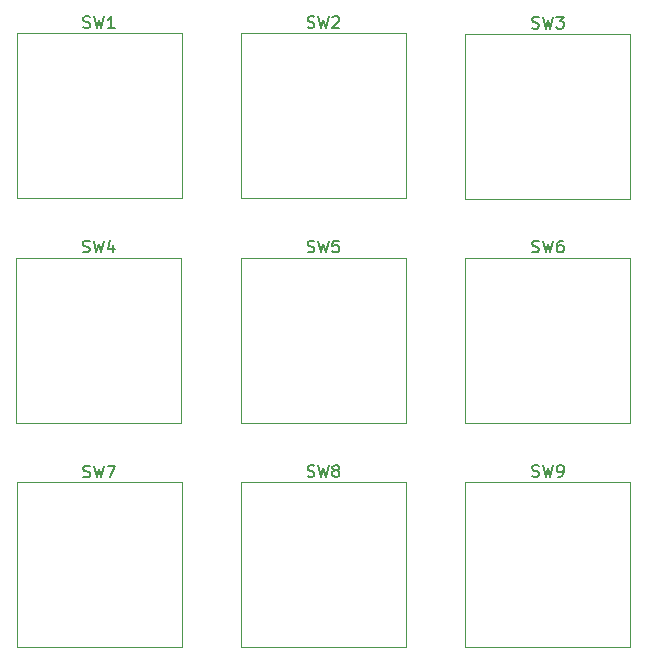
<source format=gbr>
%TF.GenerationSoftware,KiCad,Pcbnew,8.0.5*%
%TF.CreationDate,2024-10-21T01:12:14-05:00*%
%TF.ProjectId,macropad,6d616372-6f70-4616-942e-6b696361645f,rev?*%
%TF.SameCoordinates,Original*%
%TF.FileFunction,Legend,Top*%
%TF.FilePolarity,Positive*%
%FSLAX46Y46*%
G04 Gerber Fmt 4.6, Leading zero omitted, Abs format (unit mm)*
G04 Created by KiCad (PCBNEW 8.0.5) date 2024-10-21 01:12:14*
%MOMM*%
%LPD*%
G01*
G04 APERTURE LIST*
%ADD10C,0.150000*%
%ADD11C,0.120000*%
G04 APERTURE END LIST*
D10*
X134666667Y-90033200D02*
X134809524Y-90080819D01*
X134809524Y-90080819D02*
X135047619Y-90080819D01*
X135047619Y-90080819D02*
X135142857Y-90033200D01*
X135142857Y-90033200D02*
X135190476Y-89985580D01*
X135190476Y-89985580D02*
X135238095Y-89890342D01*
X135238095Y-89890342D02*
X135238095Y-89795104D01*
X135238095Y-89795104D02*
X135190476Y-89699866D01*
X135190476Y-89699866D02*
X135142857Y-89652247D01*
X135142857Y-89652247D02*
X135047619Y-89604628D01*
X135047619Y-89604628D02*
X134857143Y-89557009D01*
X134857143Y-89557009D02*
X134761905Y-89509390D01*
X134761905Y-89509390D02*
X134714286Y-89461771D01*
X134714286Y-89461771D02*
X134666667Y-89366533D01*
X134666667Y-89366533D02*
X134666667Y-89271295D01*
X134666667Y-89271295D02*
X134714286Y-89176057D01*
X134714286Y-89176057D02*
X134761905Y-89128438D01*
X134761905Y-89128438D02*
X134857143Y-89080819D01*
X134857143Y-89080819D02*
X135095238Y-89080819D01*
X135095238Y-89080819D02*
X135238095Y-89128438D01*
X135571429Y-89080819D02*
X135809524Y-90080819D01*
X135809524Y-90080819D02*
X136000000Y-89366533D01*
X136000000Y-89366533D02*
X136190476Y-90080819D01*
X136190476Y-90080819D02*
X136428572Y-89080819D01*
X136952381Y-89509390D02*
X136857143Y-89461771D01*
X136857143Y-89461771D02*
X136809524Y-89414152D01*
X136809524Y-89414152D02*
X136761905Y-89318914D01*
X136761905Y-89318914D02*
X136761905Y-89271295D01*
X136761905Y-89271295D02*
X136809524Y-89176057D01*
X136809524Y-89176057D02*
X136857143Y-89128438D01*
X136857143Y-89128438D02*
X136952381Y-89080819D01*
X136952381Y-89080819D02*
X137142857Y-89080819D01*
X137142857Y-89080819D02*
X137238095Y-89128438D01*
X137238095Y-89128438D02*
X137285714Y-89176057D01*
X137285714Y-89176057D02*
X137333333Y-89271295D01*
X137333333Y-89271295D02*
X137333333Y-89318914D01*
X137333333Y-89318914D02*
X137285714Y-89414152D01*
X137285714Y-89414152D02*
X137238095Y-89461771D01*
X137238095Y-89461771D02*
X137142857Y-89509390D01*
X137142857Y-89509390D02*
X136952381Y-89509390D01*
X136952381Y-89509390D02*
X136857143Y-89557009D01*
X136857143Y-89557009D02*
X136809524Y-89604628D01*
X136809524Y-89604628D02*
X136761905Y-89699866D01*
X136761905Y-89699866D02*
X136761905Y-89890342D01*
X136761905Y-89890342D02*
X136809524Y-89985580D01*
X136809524Y-89985580D02*
X136857143Y-90033200D01*
X136857143Y-90033200D02*
X136952381Y-90080819D01*
X136952381Y-90080819D02*
X137142857Y-90080819D01*
X137142857Y-90080819D02*
X137238095Y-90033200D01*
X137238095Y-90033200D02*
X137285714Y-89985580D01*
X137285714Y-89985580D02*
X137333333Y-89890342D01*
X137333333Y-89890342D02*
X137333333Y-89699866D01*
X137333333Y-89699866D02*
X137285714Y-89604628D01*
X137285714Y-89604628D02*
X137238095Y-89557009D01*
X137238095Y-89557009D02*
X137142857Y-89509390D01*
X153666667Y-52073200D02*
X153809524Y-52120819D01*
X153809524Y-52120819D02*
X154047619Y-52120819D01*
X154047619Y-52120819D02*
X154142857Y-52073200D01*
X154142857Y-52073200D02*
X154190476Y-52025580D01*
X154190476Y-52025580D02*
X154238095Y-51930342D01*
X154238095Y-51930342D02*
X154238095Y-51835104D01*
X154238095Y-51835104D02*
X154190476Y-51739866D01*
X154190476Y-51739866D02*
X154142857Y-51692247D01*
X154142857Y-51692247D02*
X154047619Y-51644628D01*
X154047619Y-51644628D02*
X153857143Y-51597009D01*
X153857143Y-51597009D02*
X153761905Y-51549390D01*
X153761905Y-51549390D02*
X153714286Y-51501771D01*
X153714286Y-51501771D02*
X153666667Y-51406533D01*
X153666667Y-51406533D02*
X153666667Y-51311295D01*
X153666667Y-51311295D02*
X153714286Y-51216057D01*
X153714286Y-51216057D02*
X153761905Y-51168438D01*
X153761905Y-51168438D02*
X153857143Y-51120819D01*
X153857143Y-51120819D02*
X154095238Y-51120819D01*
X154095238Y-51120819D02*
X154238095Y-51168438D01*
X154571429Y-51120819D02*
X154809524Y-52120819D01*
X154809524Y-52120819D02*
X155000000Y-51406533D01*
X155000000Y-51406533D02*
X155190476Y-52120819D01*
X155190476Y-52120819D02*
X155428572Y-51120819D01*
X155714286Y-51120819D02*
X156333333Y-51120819D01*
X156333333Y-51120819D02*
X156000000Y-51501771D01*
X156000000Y-51501771D02*
X156142857Y-51501771D01*
X156142857Y-51501771D02*
X156238095Y-51549390D01*
X156238095Y-51549390D02*
X156285714Y-51597009D01*
X156285714Y-51597009D02*
X156333333Y-51692247D01*
X156333333Y-51692247D02*
X156333333Y-51930342D01*
X156333333Y-51930342D02*
X156285714Y-52025580D01*
X156285714Y-52025580D02*
X156238095Y-52073200D01*
X156238095Y-52073200D02*
X156142857Y-52120819D01*
X156142857Y-52120819D02*
X155857143Y-52120819D01*
X155857143Y-52120819D02*
X155761905Y-52073200D01*
X155761905Y-52073200D02*
X155714286Y-52025580D01*
X115626667Y-71033200D02*
X115769524Y-71080819D01*
X115769524Y-71080819D02*
X116007619Y-71080819D01*
X116007619Y-71080819D02*
X116102857Y-71033200D01*
X116102857Y-71033200D02*
X116150476Y-70985580D01*
X116150476Y-70985580D02*
X116198095Y-70890342D01*
X116198095Y-70890342D02*
X116198095Y-70795104D01*
X116198095Y-70795104D02*
X116150476Y-70699866D01*
X116150476Y-70699866D02*
X116102857Y-70652247D01*
X116102857Y-70652247D02*
X116007619Y-70604628D01*
X116007619Y-70604628D02*
X115817143Y-70557009D01*
X115817143Y-70557009D02*
X115721905Y-70509390D01*
X115721905Y-70509390D02*
X115674286Y-70461771D01*
X115674286Y-70461771D02*
X115626667Y-70366533D01*
X115626667Y-70366533D02*
X115626667Y-70271295D01*
X115626667Y-70271295D02*
X115674286Y-70176057D01*
X115674286Y-70176057D02*
X115721905Y-70128438D01*
X115721905Y-70128438D02*
X115817143Y-70080819D01*
X115817143Y-70080819D02*
X116055238Y-70080819D01*
X116055238Y-70080819D02*
X116198095Y-70128438D01*
X116531429Y-70080819D02*
X116769524Y-71080819D01*
X116769524Y-71080819D02*
X116960000Y-70366533D01*
X116960000Y-70366533D02*
X117150476Y-71080819D01*
X117150476Y-71080819D02*
X117388572Y-70080819D01*
X118198095Y-70414152D02*
X118198095Y-71080819D01*
X117960000Y-70033200D02*
X117721905Y-70747485D01*
X117721905Y-70747485D02*
X118340952Y-70747485D01*
X134666667Y-52033200D02*
X134809524Y-52080819D01*
X134809524Y-52080819D02*
X135047619Y-52080819D01*
X135047619Y-52080819D02*
X135142857Y-52033200D01*
X135142857Y-52033200D02*
X135190476Y-51985580D01*
X135190476Y-51985580D02*
X135238095Y-51890342D01*
X135238095Y-51890342D02*
X135238095Y-51795104D01*
X135238095Y-51795104D02*
X135190476Y-51699866D01*
X135190476Y-51699866D02*
X135142857Y-51652247D01*
X135142857Y-51652247D02*
X135047619Y-51604628D01*
X135047619Y-51604628D02*
X134857143Y-51557009D01*
X134857143Y-51557009D02*
X134761905Y-51509390D01*
X134761905Y-51509390D02*
X134714286Y-51461771D01*
X134714286Y-51461771D02*
X134666667Y-51366533D01*
X134666667Y-51366533D02*
X134666667Y-51271295D01*
X134666667Y-51271295D02*
X134714286Y-51176057D01*
X134714286Y-51176057D02*
X134761905Y-51128438D01*
X134761905Y-51128438D02*
X134857143Y-51080819D01*
X134857143Y-51080819D02*
X135095238Y-51080819D01*
X135095238Y-51080819D02*
X135238095Y-51128438D01*
X135571429Y-51080819D02*
X135809524Y-52080819D01*
X135809524Y-52080819D02*
X136000000Y-51366533D01*
X136000000Y-51366533D02*
X136190476Y-52080819D01*
X136190476Y-52080819D02*
X136428572Y-51080819D01*
X136761905Y-51176057D02*
X136809524Y-51128438D01*
X136809524Y-51128438D02*
X136904762Y-51080819D01*
X136904762Y-51080819D02*
X137142857Y-51080819D01*
X137142857Y-51080819D02*
X137238095Y-51128438D01*
X137238095Y-51128438D02*
X137285714Y-51176057D01*
X137285714Y-51176057D02*
X137333333Y-51271295D01*
X137333333Y-51271295D02*
X137333333Y-51366533D01*
X137333333Y-51366533D02*
X137285714Y-51509390D01*
X137285714Y-51509390D02*
X136714286Y-52080819D01*
X136714286Y-52080819D02*
X137333333Y-52080819D01*
X115666667Y-52033200D02*
X115809524Y-52080819D01*
X115809524Y-52080819D02*
X116047619Y-52080819D01*
X116047619Y-52080819D02*
X116142857Y-52033200D01*
X116142857Y-52033200D02*
X116190476Y-51985580D01*
X116190476Y-51985580D02*
X116238095Y-51890342D01*
X116238095Y-51890342D02*
X116238095Y-51795104D01*
X116238095Y-51795104D02*
X116190476Y-51699866D01*
X116190476Y-51699866D02*
X116142857Y-51652247D01*
X116142857Y-51652247D02*
X116047619Y-51604628D01*
X116047619Y-51604628D02*
X115857143Y-51557009D01*
X115857143Y-51557009D02*
X115761905Y-51509390D01*
X115761905Y-51509390D02*
X115714286Y-51461771D01*
X115714286Y-51461771D02*
X115666667Y-51366533D01*
X115666667Y-51366533D02*
X115666667Y-51271295D01*
X115666667Y-51271295D02*
X115714286Y-51176057D01*
X115714286Y-51176057D02*
X115761905Y-51128438D01*
X115761905Y-51128438D02*
X115857143Y-51080819D01*
X115857143Y-51080819D02*
X116095238Y-51080819D01*
X116095238Y-51080819D02*
X116238095Y-51128438D01*
X116571429Y-51080819D02*
X116809524Y-52080819D01*
X116809524Y-52080819D02*
X117000000Y-51366533D01*
X117000000Y-51366533D02*
X117190476Y-52080819D01*
X117190476Y-52080819D02*
X117428572Y-51080819D01*
X118333333Y-52080819D02*
X117761905Y-52080819D01*
X118047619Y-52080819D02*
X118047619Y-51080819D01*
X118047619Y-51080819D02*
X117952381Y-51223676D01*
X117952381Y-51223676D02*
X117857143Y-51318914D01*
X117857143Y-51318914D02*
X117761905Y-51366533D01*
X134666667Y-71033200D02*
X134809524Y-71080819D01*
X134809524Y-71080819D02*
X135047619Y-71080819D01*
X135047619Y-71080819D02*
X135142857Y-71033200D01*
X135142857Y-71033200D02*
X135190476Y-70985580D01*
X135190476Y-70985580D02*
X135238095Y-70890342D01*
X135238095Y-70890342D02*
X135238095Y-70795104D01*
X135238095Y-70795104D02*
X135190476Y-70699866D01*
X135190476Y-70699866D02*
X135142857Y-70652247D01*
X135142857Y-70652247D02*
X135047619Y-70604628D01*
X135047619Y-70604628D02*
X134857143Y-70557009D01*
X134857143Y-70557009D02*
X134761905Y-70509390D01*
X134761905Y-70509390D02*
X134714286Y-70461771D01*
X134714286Y-70461771D02*
X134666667Y-70366533D01*
X134666667Y-70366533D02*
X134666667Y-70271295D01*
X134666667Y-70271295D02*
X134714286Y-70176057D01*
X134714286Y-70176057D02*
X134761905Y-70128438D01*
X134761905Y-70128438D02*
X134857143Y-70080819D01*
X134857143Y-70080819D02*
X135095238Y-70080819D01*
X135095238Y-70080819D02*
X135238095Y-70128438D01*
X135571429Y-70080819D02*
X135809524Y-71080819D01*
X135809524Y-71080819D02*
X136000000Y-70366533D01*
X136000000Y-70366533D02*
X136190476Y-71080819D01*
X136190476Y-71080819D02*
X136428572Y-70080819D01*
X137285714Y-70080819D02*
X136809524Y-70080819D01*
X136809524Y-70080819D02*
X136761905Y-70557009D01*
X136761905Y-70557009D02*
X136809524Y-70509390D01*
X136809524Y-70509390D02*
X136904762Y-70461771D01*
X136904762Y-70461771D02*
X137142857Y-70461771D01*
X137142857Y-70461771D02*
X137238095Y-70509390D01*
X137238095Y-70509390D02*
X137285714Y-70557009D01*
X137285714Y-70557009D02*
X137333333Y-70652247D01*
X137333333Y-70652247D02*
X137333333Y-70890342D01*
X137333333Y-70890342D02*
X137285714Y-70985580D01*
X137285714Y-70985580D02*
X137238095Y-71033200D01*
X137238095Y-71033200D02*
X137142857Y-71080819D01*
X137142857Y-71080819D02*
X136904762Y-71080819D01*
X136904762Y-71080819D02*
X136809524Y-71033200D01*
X136809524Y-71033200D02*
X136761905Y-70985580D01*
X115666667Y-90073200D02*
X115809524Y-90120819D01*
X115809524Y-90120819D02*
X116047619Y-90120819D01*
X116047619Y-90120819D02*
X116142857Y-90073200D01*
X116142857Y-90073200D02*
X116190476Y-90025580D01*
X116190476Y-90025580D02*
X116238095Y-89930342D01*
X116238095Y-89930342D02*
X116238095Y-89835104D01*
X116238095Y-89835104D02*
X116190476Y-89739866D01*
X116190476Y-89739866D02*
X116142857Y-89692247D01*
X116142857Y-89692247D02*
X116047619Y-89644628D01*
X116047619Y-89644628D02*
X115857143Y-89597009D01*
X115857143Y-89597009D02*
X115761905Y-89549390D01*
X115761905Y-89549390D02*
X115714286Y-89501771D01*
X115714286Y-89501771D02*
X115666667Y-89406533D01*
X115666667Y-89406533D02*
X115666667Y-89311295D01*
X115666667Y-89311295D02*
X115714286Y-89216057D01*
X115714286Y-89216057D02*
X115761905Y-89168438D01*
X115761905Y-89168438D02*
X115857143Y-89120819D01*
X115857143Y-89120819D02*
X116095238Y-89120819D01*
X116095238Y-89120819D02*
X116238095Y-89168438D01*
X116571429Y-89120819D02*
X116809524Y-90120819D01*
X116809524Y-90120819D02*
X117000000Y-89406533D01*
X117000000Y-89406533D02*
X117190476Y-90120819D01*
X117190476Y-90120819D02*
X117428572Y-89120819D01*
X117714286Y-89120819D02*
X118380952Y-89120819D01*
X118380952Y-89120819D02*
X117952381Y-90120819D01*
X153666667Y-90033200D02*
X153809524Y-90080819D01*
X153809524Y-90080819D02*
X154047619Y-90080819D01*
X154047619Y-90080819D02*
X154142857Y-90033200D01*
X154142857Y-90033200D02*
X154190476Y-89985580D01*
X154190476Y-89985580D02*
X154238095Y-89890342D01*
X154238095Y-89890342D02*
X154238095Y-89795104D01*
X154238095Y-89795104D02*
X154190476Y-89699866D01*
X154190476Y-89699866D02*
X154142857Y-89652247D01*
X154142857Y-89652247D02*
X154047619Y-89604628D01*
X154047619Y-89604628D02*
X153857143Y-89557009D01*
X153857143Y-89557009D02*
X153761905Y-89509390D01*
X153761905Y-89509390D02*
X153714286Y-89461771D01*
X153714286Y-89461771D02*
X153666667Y-89366533D01*
X153666667Y-89366533D02*
X153666667Y-89271295D01*
X153666667Y-89271295D02*
X153714286Y-89176057D01*
X153714286Y-89176057D02*
X153761905Y-89128438D01*
X153761905Y-89128438D02*
X153857143Y-89080819D01*
X153857143Y-89080819D02*
X154095238Y-89080819D01*
X154095238Y-89080819D02*
X154238095Y-89128438D01*
X154571429Y-89080819D02*
X154809524Y-90080819D01*
X154809524Y-90080819D02*
X155000000Y-89366533D01*
X155000000Y-89366533D02*
X155190476Y-90080819D01*
X155190476Y-90080819D02*
X155428572Y-89080819D01*
X155857143Y-90080819D02*
X156047619Y-90080819D01*
X156047619Y-90080819D02*
X156142857Y-90033200D01*
X156142857Y-90033200D02*
X156190476Y-89985580D01*
X156190476Y-89985580D02*
X156285714Y-89842723D01*
X156285714Y-89842723D02*
X156333333Y-89652247D01*
X156333333Y-89652247D02*
X156333333Y-89271295D01*
X156333333Y-89271295D02*
X156285714Y-89176057D01*
X156285714Y-89176057D02*
X156238095Y-89128438D01*
X156238095Y-89128438D02*
X156142857Y-89080819D01*
X156142857Y-89080819D02*
X155952381Y-89080819D01*
X155952381Y-89080819D02*
X155857143Y-89128438D01*
X155857143Y-89128438D02*
X155809524Y-89176057D01*
X155809524Y-89176057D02*
X155761905Y-89271295D01*
X155761905Y-89271295D02*
X155761905Y-89509390D01*
X155761905Y-89509390D02*
X155809524Y-89604628D01*
X155809524Y-89604628D02*
X155857143Y-89652247D01*
X155857143Y-89652247D02*
X155952381Y-89699866D01*
X155952381Y-89699866D02*
X156142857Y-89699866D01*
X156142857Y-89699866D02*
X156238095Y-89652247D01*
X156238095Y-89652247D02*
X156285714Y-89604628D01*
X156285714Y-89604628D02*
X156333333Y-89509390D01*
X153666667Y-71033200D02*
X153809524Y-71080819D01*
X153809524Y-71080819D02*
X154047619Y-71080819D01*
X154047619Y-71080819D02*
X154142857Y-71033200D01*
X154142857Y-71033200D02*
X154190476Y-70985580D01*
X154190476Y-70985580D02*
X154238095Y-70890342D01*
X154238095Y-70890342D02*
X154238095Y-70795104D01*
X154238095Y-70795104D02*
X154190476Y-70699866D01*
X154190476Y-70699866D02*
X154142857Y-70652247D01*
X154142857Y-70652247D02*
X154047619Y-70604628D01*
X154047619Y-70604628D02*
X153857143Y-70557009D01*
X153857143Y-70557009D02*
X153761905Y-70509390D01*
X153761905Y-70509390D02*
X153714286Y-70461771D01*
X153714286Y-70461771D02*
X153666667Y-70366533D01*
X153666667Y-70366533D02*
X153666667Y-70271295D01*
X153666667Y-70271295D02*
X153714286Y-70176057D01*
X153714286Y-70176057D02*
X153761905Y-70128438D01*
X153761905Y-70128438D02*
X153857143Y-70080819D01*
X153857143Y-70080819D02*
X154095238Y-70080819D01*
X154095238Y-70080819D02*
X154238095Y-70128438D01*
X154571429Y-70080819D02*
X154809524Y-71080819D01*
X154809524Y-71080819D02*
X155000000Y-70366533D01*
X155000000Y-70366533D02*
X155190476Y-71080819D01*
X155190476Y-71080819D02*
X155428572Y-70080819D01*
X156238095Y-70080819D02*
X156047619Y-70080819D01*
X156047619Y-70080819D02*
X155952381Y-70128438D01*
X155952381Y-70128438D02*
X155904762Y-70176057D01*
X155904762Y-70176057D02*
X155809524Y-70318914D01*
X155809524Y-70318914D02*
X155761905Y-70509390D01*
X155761905Y-70509390D02*
X155761905Y-70890342D01*
X155761905Y-70890342D02*
X155809524Y-70985580D01*
X155809524Y-70985580D02*
X155857143Y-71033200D01*
X155857143Y-71033200D02*
X155952381Y-71080819D01*
X155952381Y-71080819D02*
X156142857Y-71080819D01*
X156142857Y-71080819D02*
X156238095Y-71033200D01*
X156238095Y-71033200D02*
X156285714Y-70985580D01*
X156285714Y-70985580D02*
X156333333Y-70890342D01*
X156333333Y-70890342D02*
X156333333Y-70652247D01*
X156333333Y-70652247D02*
X156285714Y-70557009D01*
X156285714Y-70557009D02*
X156238095Y-70509390D01*
X156238095Y-70509390D02*
X156142857Y-70461771D01*
X156142857Y-70461771D02*
X155952381Y-70461771D01*
X155952381Y-70461771D02*
X155857143Y-70509390D01*
X155857143Y-70509390D02*
X155809524Y-70557009D01*
X155809524Y-70557009D02*
X155761905Y-70652247D01*
D11*
%TO.C,SW8*%
X129015000Y-90515000D02*
X142985000Y-90515000D01*
X129015000Y-104485000D02*
X129015000Y-90515000D01*
X142985000Y-90515000D02*
X142985000Y-104485000D01*
X142985000Y-104485000D02*
X129015000Y-104485000D01*
%TO.C,SW3*%
X148015000Y-52555000D02*
X161985000Y-52555000D01*
X148015000Y-66525000D02*
X148015000Y-52555000D01*
X161985000Y-52555000D02*
X161985000Y-66525000D01*
X161985000Y-66525000D02*
X148015000Y-66525000D01*
%TO.C,SW4*%
X109975000Y-71515000D02*
X123945000Y-71515000D01*
X109975000Y-85485000D02*
X109975000Y-71515000D01*
X123945000Y-71515000D02*
X123945000Y-85485000D01*
X123945000Y-85485000D02*
X109975000Y-85485000D01*
%TO.C,SW2*%
X129015000Y-52515000D02*
X142985000Y-52515000D01*
X129015000Y-66485000D02*
X129015000Y-52515000D01*
X142985000Y-52515000D02*
X142985000Y-66485000D01*
X142985000Y-66485000D02*
X129015000Y-66485000D01*
%TO.C,SW1*%
X110015000Y-52515000D02*
X123985000Y-52515000D01*
X110015000Y-66485000D02*
X110015000Y-52515000D01*
X123985000Y-52515000D02*
X123985000Y-66485000D01*
X123985000Y-66485000D02*
X110015000Y-66485000D01*
%TO.C,SW5*%
X129015000Y-71515000D02*
X142985000Y-71515000D01*
X129015000Y-85485000D02*
X129015000Y-71515000D01*
X142985000Y-71515000D02*
X142985000Y-85485000D01*
X142985000Y-85485000D02*
X129015000Y-85485000D01*
%TO.C,SW7*%
X110015000Y-90555000D02*
X123985000Y-90555000D01*
X110015000Y-104525000D02*
X110015000Y-90555000D01*
X123985000Y-90555000D02*
X123985000Y-104525000D01*
X123985000Y-104525000D02*
X110015000Y-104525000D01*
%TO.C,SW9*%
X148015000Y-90515000D02*
X161985000Y-90515000D01*
X148015000Y-104485000D02*
X148015000Y-90515000D01*
X161985000Y-90515000D02*
X161985000Y-104485000D01*
X161985000Y-104485000D02*
X148015000Y-104485000D01*
%TO.C,SW6*%
X148015000Y-71515000D02*
X161985000Y-71515000D01*
X148015000Y-85485000D02*
X148015000Y-71515000D01*
X161985000Y-71515000D02*
X161985000Y-85485000D01*
X161985000Y-85485000D02*
X148015000Y-85485000D01*
%TD*%
M02*

</source>
